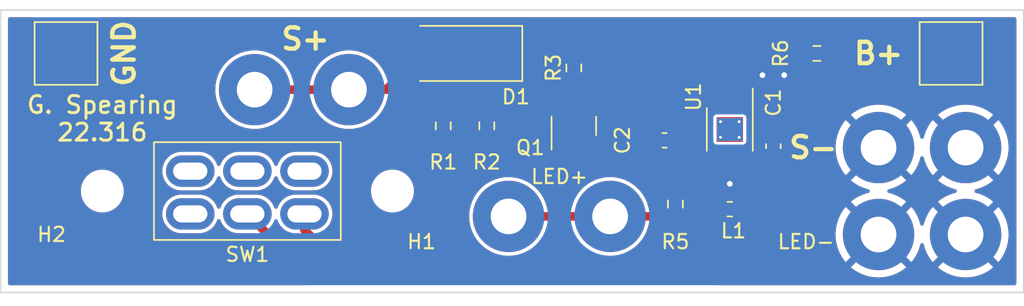
<source format=kicad_pcb>
(kicad_pcb (version 20211014) (generator pcbnew)
  (layers (0 "F.Cu" signal) (31 "B.Cu" signal) (34 "B.Paste" user) (35 "F.Paste" user) (36 "B.SilkS" user "B.Silkscreen") (37 "F.SilkS" user "F.Silkscreen") (38 "B.Mask" user) (39 "F.Mask" user) (44 "Edge.Cuts" user))
  (net 0 "")
  (net 1 "GND")
  (net 2 "/LED+")
  (net 3 "/S+")
  (net 4 "Net-(C1-Pad1)")
  (net 5 "Net-(C2-Pad1)")
  (net 6 "Net-(D1-Pad1)")
  (net 7 "Net-(Q1-Pad1)")
  (net 8 "Net-(Q1-Pad3)")
  (net 9 "/B+")
  (net 10 "Net-(L1-Pad2)")
  (footprint "Capacitor_SMD:C_0603_1608Metric_Pad1.08x0.95mm_HandSolder" (layer "F.Cu") (at 167.894 106.172 180)
    (fp_text reference "C2" (at 2.9445 0 90) (layer "F.SilkS"))
    (fp_text value "10u")
    (fp_line (start -0.146267 -0.51) (end 0.146267 -0.51) (layer "F.SilkS") (width 0.12))
    (fp_line (start -0.146267 0.51) (end 0.146267 0.51) (layer "F.SilkS") (width 0.12))
    (pad "1" smd roundrect (at -0.8625 0 180) (size 1.075 0.95) (layers "F.Cu" "F.Paste" "F.Mask") (net 5 "Net-(C2-Pad1)"))
    (pad "2" smd roundrect (at 0.8625 0 180) (size 1.075 0.95) (layers "F.Cu" "F.Paste" "F.Mask") (net 1 "GND"))
  )
  (footprint "TestPoint:TestPoint_Pad_4.0x4.0mm" (layer "F.Cu") (at 125.984 100.076)
    (fp_text reference "GND1" hide)
    (fp_text value "GND")
    (fp_line (start -2.2 -2.2) (end 2.2 -2.2) (layer "F.SilkS") (width 0.12))
    (fp_line (start 2.2 2.2) (end -2.2 2.2) (layer "F.SilkS") (width 0.12))
    (fp_line (start 2.2 -2.2) (end 2.2 2.2) (layer "F.SilkS") (width 0.12))
    (fp_line (start -2.2 2.2) (end -2.2 -2.2) (layer "F.SilkS") (width 0.12))
    (pad "1" smd rect (at 0 0) (size 4 4) (layers "F.Cu" "F.Mask") (net 1 "GND"))
  )
  (footprint "Resistor_SMD:R_0603_1608Metric_Pad0.98x0.95mm_HandSolder" (layer "F.Cu") (at 152.4 105.156 90)
    (fp_text reference "R1" (at -2.54 0 180) (layer "F.SilkS"))
    (fp_text value "1k")
    (fp_line (start -0.254724 0.5225) (end 0.254724 0.5225) (layer "F.SilkS") (width 0.12))
    (fp_line (start -0.254724 -0.5225) (end 0.254724 -0.5225) (layer "F.SilkS") (width 0.12))
    (pad "1" smd roundrect (at -0.9125 0 90) (size 0.975 0.95) (layers "F.Cu" "F.Paste" "F.Mask") (net 3 "/S+"))
    (pad "2" smd roundrect (at 0.9125 0 90) (size 0.975 0.95) (layers "F.Cu" "F.Paste" "F.Mask") (net 7 "Net-(Q1-Pad1)"))
  )
  (footprint "Resistor_SMD:R_0603_1608Metric_Pad0.98x0.95mm_HandSolder" (layer "F.Cu") (at 161.544 101.092 90)
    (fp_text reference "R3" (at 0 -1.43 90) (layer "F.SilkS"))
    (fp_text value "10k")
    (fp_line (start -0.254724 0.5225) (end 0.254724 0.5225) (layer "F.SilkS") (width 0.12))
    (fp_line (start -0.254724 -0.5225) (end 0.254724 -0.5225) (layer "F.SilkS") (width 0.12))
    (pad "1" smd roundrect (at -0.9125 0 90) (size 0.975 0.95) (layers "F.Cu" "F.Paste" "F.Mask") (net 8 "Net-(Q1-Pad3)"))
    (pad "2" smd roundrect (at 0.9125 0 90) (size 0.975 0.95) (layers "F.Cu" "F.Paste" "F.Mask") (net 6 "Net-(D1-Pad1)"))
  )
  (footprint "MountingHole:MountingHole_2.5mm_Pad_TopBottom" (layer "F.Cu") (at 164.084 111.506)
    (fp_text reference "J6" hide)
    (fp_text value "LED+")
    (pad "1" connect circle (at 0 0) (size 5 5) (layers "F.Cu" "F.Mask") (net 2 "/LED+"))
    (pad "1" connect circle (at 0 0) (size 5 5) (layers "B.Cu" "B.Mask") (net 2 "/LED+"))
    (pad "1" thru_hole circle (at 0 0) (size 2.9 2.9) (drill 2.5) (layers *.Cu *.Mask) (net 2 "/LED+"))
  )
  (footprint "Diode_SMD:D_2512_6332Metric_Pad1.52x3.35mm_HandSolder" (layer "F.Cu") (at 153.924 100.076 180)
    (fp_text reference "D1" (at -3.556 -3.048) (layer "F.SilkS"))
    (fp_text value "1N5819")
    (fp_line (start -4.01 -1.935) (end -4.01 1.935) (layer "F.SilkS") (width 0.12))
    (fp_line (start -4.01 1.935) (end 3.15 1.935) (layer "F.SilkS") (width 0.12))
    (fp_line (start 3.15 -1.935) (end -4.01 -1.935) (layer "F.SilkS") (width 0.12))
    (pad "1" smd roundrect (at -2.9875 0 180) (size 1.525 3.35) (layers "F.Cu" "F.Paste" "F.Mask") (roundrect_rratio 0.1639337705) (net 6 "Net-(D1-Pad1)"))
    (pad "2" smd roundrect (at 2.9875 0 180) (size 1.525 3.35) (layers "F.Cu" "F.Paste" "F.Mask") (roundrect_rratio 0.1639337705) (net 3 "/S+"))
  )
  (footprint "Resistor_SMD:R_0603_1608Metric_Pad0.98x0.95mm_HandSolder" (layer "F.Cu") (at 178.562 100.076 180)
    (fp_text reference "R6" (at 2.54 0 90) (layer "F.SilkS"))
    (fp_text value "000")
    (fp_line (start -0.254724 -0.5225) (end 0.254724 -0.5225) (layer "F.SilkS") (width 0.12))
    (fp_line (start -0.254724 0.5225) (end 0.254724 0.5225) (layer "F.SilkS") (width 0.12))
    (pad "1" smd roundrect (at -0.9125 0 180) (size 0.975 0.95) (layers "F.Cu" "F.Paste" "F.Mask") (net 9 "/B+"))
    (pad "2" smd roundrect (at 0.9125 0 180) (size 0.975 0.95) (layers "F.Cu" "F.Paste" "F.Mask") (net 6 "Net-(D1-Pad1)"))
  )
  (footprint "MountingHole:MountingHole_2.5mm_Pad_TopBottom" (layer "F.Cu") (at 145.796 102.616)
    (fp_text reference "J1" hide)
    (fp_text value "S+")
    (pad "1" thru_hole circle (at 0 0) (size 2.9 2.9) (drill 2.5) (layers *.Cu *.Mask) (net 3 "/S+"))
    (pad "1" connect circle (at 0 0) (size 5 5) (layers "F.Cu" "F.Mask") (net 3 "/S+"))
    (pad "1" connect circle (at 0 0) (size 5 5) (layers "B.Cu" "B.Mask") (net 3 "/S+"))
  )
  (footprint "Package_TO_SOT_SMD:SOT-23" (layer "F.Cu") (at 161.544 105.156 90)
    (fp_text reference "Q1" (at -1.524 -3.048 180) (layer "F.SilkS"))
    (fp_text value "DMN2058U")
    (fp_line (start 0 1.56) (end -0.65 1.56) (layer "F.SilkS") (width 0.12))
    (fp_line (start 0 1.56) (end 0.65 1.56) (layer "F.SilkS") (width 0.12))
    (fp_line (start 0 -1.56) (end -1.675 -1.56) (layer "F.SilkS") (width 0.12))
    (fp_line (start 0 -1.56) (end 0.65 -1.56) (layer "F.SilkS") (width 0.12))
    (pad "1" smd roundrect (at -0.9375 -0.95 90) (size 1.475 0.6) (layers "F.Cu" "F.Paste" "F.Mask") (net 7 "Net-(Q1-Pad1)"))
    (pad "2" smd roundrect (at -0.9375 0.95 90) (size 1.475 0.6) (layers "F.Cu" "F.Paste" "F.Mask") (net 1 "GND"))
    (pad "3" smd roundrect (at 0.9375 0 90) (size 1.475 0.6) (layers "F.Cu" "F.Paste" "F.Mask") (net 8 "Net-(Q1-Pad3)"))
  )
  (footprint "TestPoint:TestPoint_Pad_4.0x4.0mm" (layer "F.Cu") (at 187.96 100.076)
    (fp_text reference "B+1" hide)
    (fp_text value "Batt+")
    (fp_line (start 2.2 2.2) (end -2.2 2.2) (layer "F.SilkS") (width 0.12))
    (fp_line (start -2.2 -2.2) (end 2.2 -2.2) (layer "F.SilkS") (width 0.12))
    (fp_line (start 2.2 -2.2) (end 2.2 2.2) (layer "F.SilkS") (width 0.12))
    (fp_line (start -2.2 2.2) (end -2.2 -2.2) (layer "F.SilkS") (width 0.12))
    (pad "1" smd rect (at 0 0) (size 4 4) (layers "F.Cu" "F.Mask") (net 9 "/B+"))
  )
  (footprint "Resistor_SMD:R_0603_1608Metric_Pad0.98x0.95mm_HandSolder" (layer "F.Cu") (at 155.448 105.156 90)
    (fp_text reference "R2" (at -2.54 0 180) (layer "F.SilkS"))
    (fp_text value "10k")
    (fp_line (start -0.254724 -0.5225) (end 0.254724 -0.5225) (layer "F.SilkS") (width 0.12))
    (fp_line (start -0.254724 0.5225) (end 0.254724 0.5225) (layer "F.SilkS") (width 0.12))
    (pad "1" smd roundrect (at -0.9125 0 90) (size 0.975 0.95) (layers "F.Cu" "F.Paste" "F.Mask") (net 1 "GND"))
    (pad "2" smd roundrect (at 0.9125 0 90) (size 0.975 0.95) (layers "F.Cu" "F.Paste" "F.Mask") (net 7 "Net-(Q1-Pad1)"))
  )
  (footprint "Resistor_SMD:R_0603_1608Metric_Pad0.98x0.95mm_HandSolder" (layer "F.Cu") (at 168.656 110.6405 90)
    (fp_text reference "R5" (at -2.6435 0) (layer "F.SilkS"))
    (fp_text value "20")
    (fp_line (start -0.254724 -0.5225) (end 0.254724 -0.5225) (layer "F.SilkS") (width 0.12))
    (fp_line (start -0.254724 0.5225) (end 0.254724 0.5225) (layer "F.SilkS") (width 0.12))
    (pad "1" smd roundrect (at -0.9125 0 90) (size 0.975 0.95) (layers "F.Cu" "F.Paste" "F.Mask") (net 2 "/LED+"))
    (pad "2" smd roundrect (at 0.9125 0 90) (size 0.975 0.95) (layers "F.Cu" "F.Paste" "F.Mask") (net 5 "Net-(C2-Pad1)"))
  )
  (footprint "MountingHole:MountingHole_2.5mm_Pad_TopBottom" (layer "F.Cu") (at 139.192 102.616)
    (fp_text reference "J9" hide)
    (fp_text value "S+")
    (pad "1" connect circle (at 0 0) (size 5 5) (layers "F.Cu" "F.Mask") (net 3 "/S+"))
    (pad "1" thru_hole circle (at 0 0) (size 2.9 2.9) (drill 2.5) (layers *.Cu *.Mask) (net 3 "/S+"))
    (pad "1" connect circle (at 0 0) (size 5 5) (layers "B.Cu" "B.Mask") (net 3 "/S+"))
  )
  (footprint "MountingHole:MountingHole_2.5mm_Pad_TopBottom" (layer "F.Cu") (at 188.976 106.68)
    (fp_text reference "J10" hide)
    (fp_text value "S-")
    (pad "1" connect circle (at 0 0) (size 5 5) (layers "F.Cu" "F.Mask") (net 1 "GND"))
    (pad "1" connect circle (at 0 0) (size 5 5) (layers "B.Cu" "B.Mask") (net 1 "GND"))
    (pad "1" thru_hole circle (at 0 0) (size 2.9 2.9) (drill 2.5) (layers *.Cu *.Mask) (net 1 "GND"))
  )
  (footprint "MountingHole:MountingHole_2.5mm_Pad_TopBottom" (layer "F.Cu") (at 182.88 112.776)
    (fp_text reference "J7" hide)
    (fp_text value "LED-")
    (pad "1" thru_hole circle (at 0 0) (size 2.9 2.9) (drill 2.5) (layers *.Cu *.Mask) (net 1 "GND"))
    (pad "1" connect circle (at 0 0) (size 5 5) (layers "B.Cu" "B.Mask") (net 1 "GND"))
    (pad "1" connect circle (at 0 0) (size 5 5) (layers "F.Cu" "F.Mask") (net 1 "GND"))
  )
  (footprint "MountingHole:MountingHole_2.5mm_Pad_TopBottom" (layer "F.Cu") (at 182.88 106.68)
    (fp_text reference "J2" hide)
    (fp_text value "S-")
    (pad "1" connect circle (at 0 0) (size 5 5) (layers "B.Cu" "B.Mask") (net 1 "GND"))
    (pad "1" thru_hole circle (at 0 0) (size 2.9 2.9) (drill 2.5) (layers *.Cu *.Mask) (net 1 "GND"))
    (pad "1" connect circle (at 0 0) (size 5 5) (layers "F.Cu" "F.Mask") (net 1 "GND"))
  )
  (footprint "AERO_Footprints:SW_DPDT_6POS" (layer "F.Cu") (at 138.684 109.728 180)
    (fp_text reference "SW1" (at 0.001 -4.445 unlocked) (layer "F.SilkS"))
    (fp_text value "SW_Push_DPDT")
    (fp_rect (start -6.5405 -3.429) (end 6.5405 3.429) (layer "F.SilkS") (width 0.12) (fill none))
    (pad "1" thru_hole oval (at -3.9995 -1.603 180) (size 3.4 2.2) (drill oval 2.4 1.2) (layers *.Cu *.Mask) (net 4 "Net-(C1-Pad1)"))
    (pad "2" thru_hole oval (at 0.0005 -1.603 180) (size 3.4 2.2) (drill oval 2.4 1.2) (layers *.Cu *.Mask) (net 6 "Net-(D1-Pad1)"))
    (pad "3" thru_hole oval (at 4.0005 -1.603 180) (size 3.4 2.2) (drill oval 2.4 1.2) (layers *.Cu *.Mask))
    (pad "4" thru_hole oval (at -3.9995 1.397 180) (size 3.4 2.2) (drill oval 2.4 1.2) (layers *.Cu *.Mask))
    (pad "5" thru_hole oval (at 0.0005 1.397 180) (size 3.4 2.2) (drill oval 2.4 1.2) (layers *.Cu *.Mask))
    (pad "6" thru_hole oval (at 4.0005 1.397 180) (size 3.4 2.2) (drill oval 2.4 1.2) (layers *.Cu *.Mask))
  )
  (footprint "MountingHole:MountingHole_2.5mm" (layer "F.Cu") (at 128.524 109.728)
    (fp_text reference "H2" (at -3.556 3.048) (layer "F.SilkS"))
    (fp_text value "MountingHole")
    (pad "" np_thru_hole circle (at 0 0) (size 2.5 2.5) (drill 2.5) (layers *.Cu *.Mask))
  )
  (footprint "Inductor_SMD:L_0603_1608Metric_Pad1.05x0.95mm_HandSolder" (layer "F.Cu") (at 172.466 110.998 180)
    (fp_text reference "L1" (at -0.254 -1.524 180) (layer "F.SilkS"))
    (fp_text value "4.7u")
    (fp_line (start -0.171267 -0.51) (end 0.171267 -0.51) (layer "F.SilkS") (width 0.12))
    (fp_line (start -0.171267 0.51) (end 0.171267 0.51) (layer "F.SilkS") (width 0.12))
    (pad "1" smd roundrect (at -0.875 0 180) (size 1.05 0.95) (layers "F.Cu" "F.Paste" "F.Mask") (net 4 "Net-(C1-Pad1)"))
    (pad "2" smd roundrect (at 0.875 0 180) (size 1.05 0.95) (layers "F.Cu" "F.Paste" "F.Mask") (net 10 "Net-(L1-Pad2)"))
  )
  (footprint "Package_SO:MSOP-8-1EP_3x3mm_P0.65mm_EP1.73x1.85mm_ThermalVias" (layer "F.Cu") (at 172.466 105.41 -90)
    (fp_text reference "U1" (at -2.286 2.54 90) (layer "F.SilkS"))
    (fp_text value "MCP1642")
    (fp_line (start 0 1.61) (end -1.5 1.61) (layer "F.SilkS") (width 0.12))
    (fp_line (start 0 1.61) (end 1.5 1.61) (layer "F.SilkS") (width 0.12))
    (fp_line (start 0 -1.61) (end 1.5 -1.61) (layer "F.SilkS") (width 0.12))
    (fp_line (start 0 -1.61) (end -2.875 -1.61) (layer "F.SilkS") (width 0.12))
    (pad "" smd rect (at 0 0 270) (size 1.73 1.85) (layers "F.Cu" "F.Mask"))
    (pad "1" smd roundrect (at -2.1625 -0.975 270) (size 1.425 0.4) (layers "F.Cu" "F.Paste" "F.Mask") (net 8 "Net-(Q1-Pad3)"))
    (pad "2" smd roundrect (at -2.1625 -0.325 270) (size 1.425 0.4) (layers "F.Cu" "F.Paste" "F.Mask"))
    (pad "3" smd roundrect (at -2.1625 0.325 270) (size 1.425 0.4) (layers "F.Cu" "F.Paste" "F.Mask"))
    (pad "4" smd roundrect (at -2.1625 0.975 270) (size 1.425 0.4) (layers "F.Cu" "F.Paste" "F.Mask") (net 5 "Net-(C2-Pad1)"))
    (pad "5" smd roundrect (at 2.1625 0.975 270) (size 1.425 0.4) (layers "F.Cu" "F.Paste" "F.Mask") (net 10 "Net-(L1-Pad2)"))
    (pad "6" smd roundrect (at 2.1625 0.325 270) (size 1.425 0.4) (layers "F.Cu" "F.Paste" "F.Mask") (net 1 "GND"))
    (pad "7" smd roundrect (at 2.1625 -0.325 270) (size 1.425 0.4) (layers "F.Cu" "F.Paste" "F.Mask") (net 1 "GND"))
    (pad "8" smd roundrect (at 2.1625 -0.975 270) (size 1.425 0.4) (layers "F.Cu" "F.Paste" "F.Mask") (net 4 "Net-(C1-Pad1)"))
    (pad "9" thru_hole circle (at 0.55 -0.65 270) (size 0.5 0.5) (drill 0.2) (layers *.Cu))
    (pad "9" thru_hole circle (at 0.55 0.65 270) (size 0.5 0.5) (drill 0.2) (layers *.Cu))
    (pad "9" thru_hole circle (at -0.55 0.65 270) (size 0.5 0.5) (drill 0.2) (layers *.Cu))
    (pad "9" smd rect (at 0 0 270) (size 1.6 1.8) (layers "B.Cu"))
    (pad "9" thru_hole circle (at -0.55 -0.65 270) (size 0.5 0.5) (drill 0.2) (layers *.Cu))
  )
  (footprint "MountingHole:MountingHole_2.5mm_Pad_TopBottom" (layer "F.Cu") (at 156.972 111.506)
    (fp_text reference "J3" hide)
    (fp_text value "LED+")
    (pad "1" connect circle (at 0 0) (size 5 5) (layers "F.Cu" "F.Mask") (net 2 "/LED+"))
    (pad "1" thru_hole circle (at 0 0) (size 2.9 2.9) (drill 2.5) (layers *.Cu *.Mask) (net 2 "/LED+"))
    (pad "1" connect circle (at 0 0) (size 5 5) (layers "B.Cu" "B.Mask") (net 2 "/LED+"))
  )
  (footprint "MountingHole:MountingHole_2.5mm_Pad_TopBottom" (layer "F.Cu") (at 188.976 112.776)
    (fp_text reference "J4" hide)
    (fp_text value "LED-")
    (pad "1" thru_hole circle (at 0 0) (size 2.9 2.9) (drill 2.5) (layers *.Cu *.Mask) (net 1 "GND"))
    (pad "1" connect circle (at 0 0) (size 5 5) (layers "B.Cu" "B.Mask") (net 1 "GND"))
    (pad "1" connect circle (at 0 0) (size 5 5) (layers "F.Cu" "F.Mask") (net 1 "GND"))
  )
  (footprint "MountingHole:MountingHole_2.5mm" (layer "F.Cu") (at 148.844 109.728)
    (fp_text reference "H1" (at 2.032 3.556) (layer "F.SilkS"))
    (fp_text value "MountingHole")
    (pad "" np_thru_hole circle (at 0 0) (size 2.5 2.5) (drill 2.5) (layers *.Cu *.Mask))
  )
  (footprint "Capacitor_SMD:C_0603_1608Metric_Pad1.08x0.95mm_HandSolder" (layer "F.Cu") (at 175.514 106.5795 90)
    (fp_text reference "C1" (at 3.048 0 90) (layer "F.SilkS"))
    (fp_text value "10u")
    (fp_line (start -0.146267 0.51) (end 0.146267 0.51) (layer "F.SilkS") (width 0.12))
    (fp_line (start -0.146267 -0.51) (end 0.146267 -0.51) (layer "F.SilkS") (width 0.12))
    (pad "1" smd roundrect (at -0.8625 0 90) (size 1.075 0.95) (layers "F.Cu" "F.Paste" "F.Mask") (net 4 "Net-(C1-Pad1)"))
    (pad "2" smd roundrect (at 0.8625 0 90) (size 1.075 0.95) (layers "F.Cu" "F.Paste" "F.Mask") (net 1 "GND"))
  )
  (gr_rect (start 193.04 116.84) (end 121.412 97.028) (layer "Edge.Cuts") (width 0.1) (fill none))
  (gr_text "G. Spearing\n22.316" (at 128.524 104.648) (layer "F.SilkS") (effects (font (size 1.2 1.2) (thickness 0.2))))
  (gr_text "LED+\n" (at 160.528 108.712) (layer "F.SilkS") (effects (font (size 1 1))))
  (gr_text "LED-" (at 177.8 113.284) (layer "F.SilkS") (effects (font (size 1 1))))
  (gr_text "S+\n" (at 142.748 99.06) (layer "F.SilkS") (effects (font (size 1.5 1.5) (thickness 0.3))))
  (gr_text "B+\n" (at 182.88 100.076) (layer "F.SilkS") (effects (font (size 1.5 1.5) (thickness 0.3))))
  (gr_text "S-" (at 178.308 106.68) (layer "F.SilkS") (effects (font (size 1.5 1.5) (thickness 0.3))))
  (gr_text "GND" (at 130.048 100.076 90) (layer "F.SilkS") (effects (font (size 1.5 1.5) (thickness 0.3))))
  (via (at 172.466 109.22) (size 0.8) (drill 0.4) (layers "F.Cu" "B.Cu") (net 1))
  (via (at 176.276 101.6) (size 0.8) (drill 0.4) (layers "F.Cu" "B.Cu") (net 1))
  (via (at 174.752 101.6) (size 0.8) (drill 0.4) (layers "F.Cu" "B.Cu") (net 1))
  (segment (start 168.656 111.553) (end 168.609 111.506) (width 0.6) (layer "F.Cu") (net 2))
  (segment (start 168.609 111.506) (end 156.972 111.506) (width 0.6) (layer "F.Cu") (net 2))
  (segment (start 139.192 102.616) (end 145.796 102.616) (width 0.6) (layer "F.Cu") (net 3))
  (segment (start 152.2965 106.172) (end 152.4 106.0685) (width 0.6) (layer "F.Cu") (net 3))
  (segment (start 150.9365 100.076) (end 150.9365 105.2165) (width 0.6) (layer "F.Cu") (net 3))
  (segment (start 148.3965 102.616) (end 150.9365 100.076) (width 0.6) (layer "F.Cu") (net 3))
  (segment (start 151.892 106.172) (end 152.2965 106.172) (width 0.6) (layer "F.Cu") (net 3))
  (segment (start 145.796 102.616) (end 148.3965 102.616) (width 0.6) (layer "F.Cu") (net 3))
  (segment (start 150.9365 105.2165) (end 151.892 106.172) (width 0.6) (layer "F.Cu") (net 3))
  (segment (start 173.441 110.898) (end 173.341 110.998) (width 0.32) (layer "F.Cu") (net 4))
  (segment (start 142.6835 112.4575) (end 144.986 114.76) (width 0.6) (layer "F.Cu") (net 4))
  (segment (start 144.986 114.76) (end 170.99 114.76) (width 0.6) (layer "F.Cu") (net 4))
  (segment (start 173.5715 107.442) (end 173.441 107.5725) (width 0.32) (layer "F.Cu") (net 4))
  (segment (start 142.6835 111.331) (end 142.6835 112.4575) (width 0.6) (layer "F.Cu") (net 4))
  (segment (start 170.99 114.76) (end 173.341 112.409) (width 0.6) (layer "F.Cu") (net 4))
  (segment (start 173.341 112.409) (end 173.341 110.998) (width 0.6) (layer "F.Cu") (net 4))
  (segment (start 175.514 107.442) (end 173.5715 107.442) (width 0.32) (layer "F.Cu") (net 4))
  (segment (start 173.441 107.5725) (end 173.441 110.898) (width 0.32) (layer "F.Cu") (net 4))
  (segment (start 168.656 106.2725) (end 168.7565 106.172) (width 0.6) (layer "F.Cu") (net 5))
  (segment (start 168.656 106.0825) (end 171.491 103.2475) (width 0.32) (layer "F.Cu") (net 5))
  (segment (start 168.656 109.728) (end 168.656 106.2725) (width 0.6) (layer "F.Cu") (net 5))
  (segment (start 156.9115 100.076) (end 161.4405 100.076) (width 0.6) (layer "F.Cu") (net 6))
  (segment (start 142.9125 115.56) (end 171.46 115.56) (width 0.6) (layer "F.Cu") (net 6))
  (segment (start 161.544 100.1795) (end 177.546 100.1795) (width 0.6) (layer "F.Cu") (net 6))
  (segment (start 161.4405 100.076) (end 161.544 100.1795) (width 0.6) (layer "F.Cu") (net 6))
  (segment (start 161.544 100.1795) (end 161.544 100.076) (width 0.6) (layer "F.Cu") (net 6))
  (segment (start 138.6835 111.331) (end 142.9125 115.56) (width 0.6) (layer "F.Cu") (net 6))
  (segment (start 171.46 115.56) (end 177.6495 109.3705) (width 0.6) (layer "F.Cu") (net 6))
  (segment (start 177.6495 109.3705) (end 177.6495 100.076) (width 0.6) (layer "F.Cu") (net 6))
  (segment (start 177.546 100.1795) (end 177.6495 100.076) (width 0.6) (layer "F.Cu") (net 6))
  (segment (start 158.5745 106.0935) (end 156.621 104.14) (width 0.32) (layer "F.Cu") (net 7))
  (segment (start 152.4 104.2435) (end 155.448 104.2435) (width 0.6) (layer "F.Cu") (net 7))
  (segment (start 160.594 106.0935) (end 158.5745 106.0935) (width 0.32) (layer "F.Cu") (net 7))
  (segment (start 156.621 104.14) (end 155.5515 104.14) (width 0.32) (layer "F.Cu") (net 7))
  (segment (start 155.5515 104.14) (end 155.448 104.2435) (width 0.32) (layer "F.Cu") (net 7))
  (segment (start 172.7215 100.8395) (end 173.482 101.6) (width 0.32) (layer "F.Cu") (net 8))
  (segment (start 161.544 102.0045) (end 161.544 104.2185) (width 0.32) (layer "F.Cu") (net 8))
  (segment (start 173.482 101.6) (end 173.482 103.2065) (width 0.32) (layer "F.Cu") (net 8))
  (segment (start 161.6225 104.14) (end 166.37 104.14) (width 0.32) (layer "F.Cu") (net 8))
  (segment (start 173.482 103.2065) (end 173.441 103.2475) (width 0.32) (layer "F.Cu") (net 8))
  (segment (start 166.37 104.14) (end 169.6705 100.8395) (width 0.32) (layer "F.Cu") (net 8))
  (segment (start 161.544 104.2185) (end 161.6225 104.14) (width 0.32) (layer "F.Cu") (net 8))
  (segment (start 169.6705 100.8395) (end 172.7215 100.8395) (width 0.32) (layer "F.Cu") (net 8))
  (segment (start 187.96 100.076) (end 179.4745 100.076) (width 0.6) (layer "F.Cu") (net 9))
  (segment (start 171.491 107.5725) (end 171.491 110.898) (width 0.32) (layer "F.Cu") (net 10))
  (segment (start 171.491 110.898) (end 171.591 110.998) (width 0.32) (layer "F.Cu") (net 10))
  (zone (net 1) (net_name "GND") (layers F&B.Cu) (connect_pads (clearance 0.254)) (min_thickness 0.254) (fill yes (thermal_gap 0.508) (thermal_bridge_width 0.508))
    (polygon (pts (xy 192.532 116.332) (xy 121.92 116.332) (xy 121.92 97.536) (xy 192.532 97.536)))
  )
)
</source>
